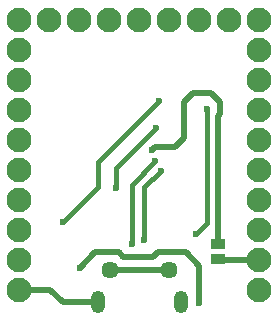
<source format=gbr>
G04 #@! TF.FileFunction,Copper,L2,Bot,Signal*
%FSLAX46Y46*%
G04 Gerber Fmt 4.6, Leading zero omitted, Abs format (unit mm)*
G04 Created by KiCad (PCBNEW 4.0.6) date 08/29/18 06:26:35*
%MOMM*%
%LPD*%
G01*
G04 APERTURE LIST*
%ADD10C,0.100000*%
%ADD11C,2.100000*%
%ADD12R,1.270000X0.970000*%
%ADD13C,1.450000*%
%ADD14O,1.200000X1.900000*%
%ADD15C,0.600000*%
%ADD16C,0.500000*%
%ADD17C,0.400000*%
G04 APERTURE END LIST*
D10*
D11*
X161569400Y-67843400D03*
X161569400Y-70383400D03*
X161569400Y-72923400D03*
X161569400Y-75463400D03*
X161569400Y-78003400D03*
X161569400Y-80543400D03*
X161569400Y-83083400D03*
X161569400Y-85623400D03*
X161569400Y-88163400D03*
X161569400Y-65303400D03*
X159029400Y-65303400D03*
X156489400Y-65303400D03*
X153949400Y-65303400D03*
X151409400Y-65303400D03*
X148869400Y-65303400D03*
X146329400Y-65303400D03*
X143789400Y-65303400D03*
X141249400Y-65303400D03*
X141249400Y-67843400D03*
X141249400Y-70383400D03*
X141249400Y-72923400D03*
X141249400Y-75463400D03*
X141249400Y-78003400D03*
X141249400Y-80543400D03*
X141249400Y-83083400D03*
X141249400Y-85623400D03*
X141249400Y-88163400D03*
D12*
X158081000Y-85615000D03*
X158081000Y-84335000D03*
D13*
X148931000Y-86525000D03*
X153931000Y-86525000D03*
D14*
X147931000Y-89225000D03*
X154931000Y-89225000D03*
D15*
X146391000Y-86325000D03*
X156511000Y-89275000D03*
X149451000Y-79565000D03*
X152881000Y-74475000D03*
X152511000Y-76325000D03*
X152751000Y-77315000D03*
X150781000Y-84335000D03*
X151871000Y-83995000D03*
X153241000Y-78135000D03*
X153071000Y-72205000D03*
X144981000Y-82465000D03*
X157161000Y-72865000D03*
X156221000Y-83495000D03*
D16*
X146391000Y-86325000D02*
X146391000Y-86315000D01*
X146391000Y-86315000D02*
X146391000Y-86315000D01*
X147711000Y-84995000D02*
X146391000Y-86315000D01*
X149681000Y-84995000D02*
X147711000Y-84995000D01*
X150081000Y-85395000D02*
X149681000Y-84995000D01*
X152611000Y-85395000D02*
X150081000Y-85395000D01*
X153011000Y-84995000D02*
X152611000Y-85395000D01*
X155351000Y-84995000D02*
X153011000Y-84995000D01*
X156521000Y-86165000D02*
X155351000Y-84995000D01*
X156521000Y-89265000D02*
X156521000Y-86165000D01*
X156511000Y-89275000D02*
X156521000Y-89265000D01*
X161569400Y-85623400D02*
X158089400Y-85623400D01*
X158089400Y-85623400D02*
X158081000Y-85615000D01*
X153931000Y-86525000D02*
X148931000Y-86525000D01*
X141249400Y-88163400D02*
X143889400Y-88163400D01*
X144951000Y-89225000D02*
X147931000Y-89225000D01*
X143889400Y-88163400D02*
X144951000Y-89225000D01*
D17*
X149451000Y-77905000D02*
X149451000Y-79565000D01*
X152881000Y-74475000D02*
X149451000Y-77905000D01*
D16*
X158081000Y-73495000D02*
X158271000Y-73305000D01*
X158271000Y-73305000D02*
X158271000Y-72295000D01*
X158271000Y-72295000D02*
X157481000Y-71505000D01*
X157481000Y-71505000D02*
X155971000Y-71505000D01*
X155971000Y-71505000D02*
X155201000Y-72275000D01*
X155201000Y-72275000D02*
X155201000Y-75345000D01*
X155201000Y-75345000D02*
X154481000Y-76065000D01*
X154481000Y-76065000D02*
X152771000Y-76065000D01*
X152771000Y-76065000D02*
X152511000Y-76325000D01*
X158081000Y-73495000D02*
X158081000Y-84335000D01*
D17*
X152751000Y-77315000D02*
X150781000Y-79285000D01*
X150781000Y-79285000D02*
X150781000Y-84335000D01*
X151871000Y-79505000D02*
X151871000Y-83995000D01*
X153241000Y-78135000D02*
X151871000Y-79505000D01*
X147941000Y-77335000D02*
X153071000Y-72205000D01*
X147941000Y-79505000D02*
X147941000Y-77335000D01*
X144981000Y-82465000D02*
X147941000Y-79505000D01*
X157161000Y-82555000D02*
X157161000Y-72865000D01*
X156221000Y-83495000D02*
X157161000Y-82555000D01*
M02*

</source>
